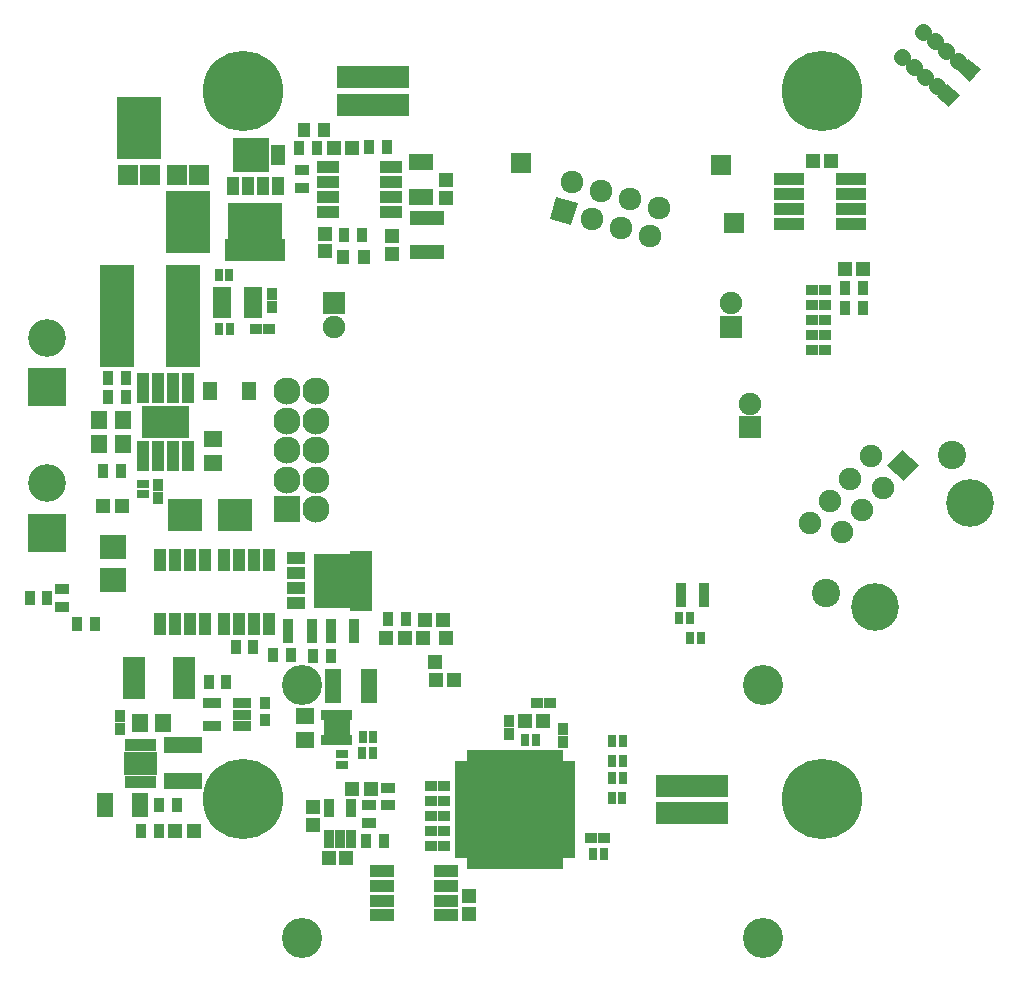
<source format=gbr>
G04 #@! TF.FileFunction,Soldermask,Bot*
%FSLAX46Y46*%
G04 Gerber Fmt 4.6, Leading zero omitted, Abs format (unit mm)*
G04 Created by KiCad (PCBNEW 4.0.4-stable) date 02/27/17 08:30:15*
%MOMM*%
%LPD*%
G01*
G04 APERTURE LIST*
%ADD10C,0.100000*%
%ADD11R,1.300000X0.900000*%
%ADD12R,3.200000X3.200000*%
%ADD13C,3.200000*%
%ADD14R,0.600000X1.840000*%
%ADD15R,0.700000X1.250000*%
%ADD16R,1.250000X0.700000*%
%ADD17R,2.237500X2.237500*%
%ADD18R,0.800000X1.000000*%
%ADD19R,1.200000X1.150000*%
%ADD20R,3.760000X5.260000*%
%ADD21R,1.790000X1.800000*%
%ADD22R,2.000000X1.000000*%
%ADD23R,1.000000X1.200000*%
%ADD24R,1.949400X0.999440*%
%ADD25R,0.900000X1.300000*%
%ADD26R,1.900000X5.100000*%
%ADD27R,3.500000X4.600000*%
%ADD28R,1.550000X1.100000*%
%ADD29R,1.900000X1.900000*%
%ADD30C,1.900000*%
%ADD31R,3.190000X1.420000*%
%ADD32R,1.400000X2.000000*%
%ADD33R,0.900000X1.000000*%
%ADD34R,0.700000X1.050000*%
%ADD35R,1.640000X1.175000*%
%ADD36R,1.400000X1.650000*%
%ADD37R,2.300000X2.300000*%
%ADD38C,2.300000*%
%ADD39R,2.900000X2.700000*%
%ADD40R,1.150000X1.200000*%
%ADD41R,2.000000X1.400000*%
%ADD42R,1.300000X1.600000*%
%ADD43R,0.950000X1.000000*%
%ADD44R,1.200000X1.200000*%
%ADD45R,3.070000X2.940000*%
%ADD46R,1.162000X1.670000*%
%ADD47R,2.200860X1.997660*%
%ADD48R,1.900000X3.600000*%
%ADD49R,0.948640X1.598880*%
%ADD50C,6.800000*%
%ADD51R,5.100000X1.900000*%
%ADD52R,4.600000X3.500000*%
%ADD53R,1.100000X1.550000*%
%ADD54R,1.000000X0.800000*%
%ADD55R,2.200000X1.600000*%
%ADD56R,1.000000X2.600000*%
%ADD57R,0.950100X0.650380*%
%ADD58R,1.598880X0.948640*%
%ADD59R,0.999440X1.949400*%
%ADD60R,2.599640X0.999440*%
%ADD61R,1.650000X1.400000*%
%ADD62R,3.000000X8.600000*%
%ADD63R,1.400000X2.900000*%
%ADD64R,1.200000X1.300000*%
%ADD65R,1.000000X0.900000*%
%ADD66R,1.620000X0.800000*%
%ADD67R,2.900000X1.300000*%
%ADD68C,1.400000*%
%ADD69C,3.400000*%
%ADD70C,4.050000*%
%ADD71C,2.400000*%
%ADD72R,1.750000X1.750000*%
%ADD73R,2.300000X1.500000*%
%ADD74R,0.800000X0.900000*%
%ADD75C,1.924000*%
G04 APERTURE END LIST*
D10*
D11*
X128925000Y-81750000D03*
X128925000Y-83250000D03*
D12*
X107340400Y-100110400D03*
D13*
X107340400Y-95910400D03*
D14*
X159200000Y-136173600D03*
X159200000Y-133833600D03*
X159600000Y-136173600D03*
X159600000Y-133833600D03*
X160000000Y-136173600D03*
X160000000Y-133833600D03*
X160400000Y-136173600D03*
X160400000Y-133833600D03*
X160800000Y-136173600D03*
X160800000Y-133833600D03*
X161200000Y-136173600D03*
X161200000Y-133833600D03*
X161600000Y-136173600D03*
X161600000Y-133833600D03*
X162000000Y-136173600D03*
X162000000Y-133833600D03*
X162400000Y-136173600D03*
X162400000Y-133833600D03*
X162800000Y-136173600D03*
X162800000Y-133833600D03*
X163200000Y-136173600D03*
X163200000Y-133833600D03*
X163600000Y-136173600D03*
X163600000Y-133833600D03*
X164000000Y-136173600D03*
X164000000Y-133833600D03*
X164400000Y-136173600D03*
X164400000Y-133833600D03*
X164800000Y-136173600D03*
X164800000Y-133833600D03*
D15*
X150750000Y-140300000D03*
X150250000Y-140300000D03*
X149750000Y-140300000D03*
X149250000Y-140300000D03*
X148750000Y-140300000D03*
X148250000Y-140300000D03*
X147750000Y-140300000D03*
X147250000Y-140300000D03*
X146750000Y-140300000D03*
X146250000Y-140300000D03*
X145750000Y-140300000D03*
X145250000Y-140300000D03*
X144750000Y-140300000D03*
X144250000Y-140300000D03*
X143750000Y-140300000D03*
X143250000Y-140300000D03*
D16*
X142550000Y-139600000D03*
X142550000Y-139100000D03*
X142550000Y-138600000D03*
X142550000Y-138100000D03*
X142550000Y-137600000D03*
X142550000Y-137100000D03*
X142550000Y-136600000D03*
X142550000Y-136100000D03*
X142550000Y-135600000D03*
X142550000Y-135100000D03*
X142550000Y-134600000D03*
X142550000Y-134100000D03*
X142550000Y-133600000D03*
X142550000Y-133100000D03*
X142550000Y-132600000D03*
X142550000Y-132100000D03*
D15*
X143250000Y-131400000D03*
X143750000Y-131400000D03*
X144250000Y-131400000D03*
X144750000Y-131400000D03*
X145250000Y-131400000D03*
X145750000Y-131400000D03*
X146250000Y-131400000D03*
X146750000Y-131400000D03*
X147250000Y-131400000D03*
X147750000Y-131400000D03*
X148250000Y-131400000D03*
X148750000Y-131400000D03*
X149250000Y-131400000D03*
X149750000Y-131400000D03*
X150250000Y-131400000D03*
X150750000Y-131400000D03*
D16*
X151450000Y-132100000D03*
X151450000Y-132600000D03*
X151450000Y-133100000D03*
X151450000Y-133600000D03*
X151450000Y-134100000D03*
X151450000Y-134600000D03*
X151450000Y-135100000D03*
X151450000Y-135600000D03*
X151450000Y-136100000D03*
X151450000Y-136600000D03*
X151450000Y-137100000D03*
X151450000Y-137600000D03*
X151450000Y-138100000D03*
X151450000Y-138600000D03*
X151450000Y-139100000D03*
X151450000Y-139600000D03*
D17*
X144243750Y-133093750D03*
X146081250Y-133093750D03*
X147918750Y-133093750D03*
X149756250Y-133093750D03*
X144243750Y-134931250D03*
X146081250Y-134931250D03*
X147918750Y-134931250D03*
X149756250Y-134931250D03*
X144243750Y-136768750D03*
X146081250Y-136768750D03*
X147918750Y-136768750D03*
X149756250Y-136768750D03*
X144243750Y-138606250D03*
X146081250Y-138606250D03*
X147918750Y-138606250D03*
X149756250Y-138606250D03*
D18*
X153625000Y-139600000D03*
X154525000Y-139600000D03*
D19*
X147875000Y-128350000D03*
X149375000Y-128350000D03*
D18*
X148750000Y-129975000D03*
X147850000Y-129975000D03*
X156125000Y-133200000D03*
X155225000Y-133200000D03*
X156150000Y-130025000D03*
X155250000Y-130025000D03*
X156100000Y-134900000D03*
X155200000Y-134900000D03*
X156150000Y-131725000D03*
X155250000Y-131725000D03*
D20*
X119300000Y-86125000D03*
D21*
X120220000Y-82143000D03*
X118380000Y-82143000D03*
D22*
X141150000Y-144825000D03*
X135750000Y-144825000D03*
X141150000Y-143575000D03*
X141150000Y-142325000D03*
X141150000Y-141075000D03*
X135750000Y-143575000D03*
X135750000Y-142325000D03*
X135750000Y-141075000D03*
D23*
X129150000Y-78350000D03*
X130850000Y-78350000D03*
D24*
X131135140Y-85305000D03*
X131135140Y-84035000D03*
X131135140Y-82765000D03*
X131135140Y-81495000D03*
X136532640Y-81495000D03*
X136532640Y-82765000D03*
X136532640Y-84035000D03*
X136532640Y-85305000D03*
D25*
X129900000Y-122900000D03*
X131400000Y-122900000D03*
D26*
X133975000Y-116500000D03*
D27*
X131675000Y-116500000D03*
D28*
X128500000Y-118400000D03*
X128500000Y-117130000D03*
X128500000Y-115860000D03*
X128500000Y-114590000D03*
D29*
X166900000Y-103500000D03*
D30*
X166900000Y-101500000D03*
D31*
X118872000Y-133415000D03*
X118872000Y-130429000D03*
D32*
X115268000Y-135509000D03*
X112268000Y-135509000D03*
D33*
X113538000Y-129032000D03*
X113538000Y-127932000D03*
D34*
X116301000Y-133496500D03*
X115801000Y-133496500D03*
X115301000Y-133496500D03*
X114801000Y-133496500D03*
X114301000Y-133496500D03*
X114301000Y-130396500D03*
X114801000Y-130396500D03*
X115301000Y-130396500D03*
X115801000Y-130396500D03*
X116301000Y-130396500D03*
D35*
X114681000Y-131559000D03*
X115921000Y-131559000D03*
X114681000Y-132334000D03*
X115921000Y-132334000D03*
D25*
X116852000Y-135509000D03*
X118352000Y-135509000D03*
D36*
X111776000Y-104907000D03*
X113776000Y-104907000D03*
D37*
X127675000Y-110457000D03*
D38*
X127675000Y-107957000D03*
X127675000Y-105457000D03*
X127675000Y-102957000D03*
X127675000Y-100457000D03*
X130175000Y-110457000D03*
X130175000Y-107957000D03*
X130175000Y-105457000D03*
X130175000Y-102957000D03*
X130175000Y-100457000D03*
D39*
X119024000Y-110887000D03*
X123324000Y-110887000D03*
D40*
X129921000Y-135648000D03*
X129921000Y-137148000D03*
D19*
X131215000Y-139954000D03*
X132715000Y-139954000D03*
X173762800Y-80924400D03*
X172262800Y-80924400D03*
D41*
X139075000Y-84000000D03*
X139075000Y-81000000D03*
D40*
X141125000Y-84050000D03*
X141125000Y-82550000D03*
X136625000Y-88800000D03*
X136625000Y-87300000D03*
D19*
X131700000Y-79850000D03*
X133200000Y-79850000D03*
D40*
X130875000Y-88600000D03*
X130875000Y-87100000D03*
D42*
X121159000Y-100387000D03*
X124459000Y-100387000D03*
D43*
X125857000Y-128270000D03*
X125857000Y-126870000D03*
D44*
X134785000Y-134112000D03*
X133185000Y-134112000D03*
X112149000Y-110162000D03*
X113749000Y-110162000D03*
X119837000Y-137668000D03*
X118237000Y-137668000D03*
D23*
X132475000Y-89050000D03*
X134175000Y-89050000D03*
D45*
X124625000Y-80425000D03*
D46*
X126976000Y-80425000D03*
D47*
X113000000Y-116439720D03*
X113000000Y-113600000D03*
D48*
X114750000Y-124725000D03*
X118950000Y-124725000D03*
D49*
X133156960Y-138330940D03*
X132207000Y-138330940D03*
X131257040Y-138330940D03*
X131257040Y-135735060D03*
X133156960Y-135735060D03*
D50*
X173001100Y-135003600D03*
X124001100Y-135003600D03*
X124001100Y-75003600D03*
X173001100Y-75003600D03*
D51*
X125025000Y-88525000D03*
D52*
X125025000Y-86225000D03*
D53*
X123125000Y-83050000D03*
X124395000Y-83050000D03*
X125665000Y-83050000D03*
X126935000Y-83050000D03*
D11*
X108675000Y-117200000D03*
X108675000Y-118700000D03*
D25*
X109950000Y-120125000D03*
X111450000Y-120125000D03*
D54*
X115474000Y-108287000D03*
X115474000Y-109187000D03*
D25*
X105900000Y-117950000D03*
X107400000Y-117950000D03*
X122550000Y-125050000D03*
X121050000Y-125050000D03*
D11*
X136271000Y-135509000D03*
X136271000Y-134009000D03*
D25*
X113624000Y-107237000D03*
X112124000Y-107237000D03*
D11*
X134620000Y-135509000D03*
X134620000Y-137009000D03*
D25*
X128016000Y-122809000D03*
X126516000Y-122809000D03*
X115340000Y-137668000D03*
X116840000Y-137668000D03*
X136250000Y-119725000D03*
X137750000Y-119725000D03*
X123350000Y-122100000D03*
X124850000Y-122100000D03*
X132525000Y-87200000D03*
X134025000Y-87200000D03*
X134625000Y-79800000D03*
X136125000Y-79800000D03*
X128700000Y-79850000D03*
X130200000Y-79850000D03*
D55*
X116524000Y-102487000D03*
X116524000Y-103687000D03*
X118324000Y-102487000D03*
D56*
X119329000Y-105962000D03*
X118059000Y-105962000D03*
X116789000Y-105962000D03*
X115519000Y-105962000D03*
X115519000Y-100212000D03*
X116789000Y-100212000D03*
X118059000Y-100212000D03*
X119329000Y-100212000D03*
D55*
X118324000Y-103687000D03*
D57*
X133401520Y-120099520D03*
X131400000Y-120749760D03*
X133401520Y-121400000D03*
X133401520Y-120749760D03*
X131400000Y-121400000D03*
X131400000Y-120099520D03*
D58*
X123922940Y-126875040D03*
X123922940Y-127825000D03*
X123922940Y-128774960D03*
X121327060Y-128774960D03*
X121327060Y-126875040D03*
D59*
X120744000Y-120118860D03*
X119474000Y-120118860D03*
X118204000Y-120118860D03*
X116934000Y-120118860D03*
X116934000Y-114721360D03*
X118204000Y-114721360D03*
X119474000Y-114721360D03*
X120744000Y-114721360D03*
D57*
X129801520Y-120099520D03*
X127800000Y-120749760D03*
X129801520Y-121400000D03*
X129801520Y-120749760D03*
X127800000Y-121400000D03*
X127800000Y-120099520D03*
D59*
X126205000Y-120118860D03*
X124935000Y-120118860D03*
X123665000Y-120118860D03*
X122395000Y-120118860D03*
X122395000Y-114721360D03*
X123665000Y-114721360D03*
X124935000Y-114721360D03*
X126205000Y-114721360D03*
D60*
X175427640Y-82499200D03*
X175427640Y-83769200D03*
X175427640Y-85039200D03*
X175427640Y-86309200D03*
X170230800Y-86309200D03*
X170230800Y-85039200D03*
X170230800Y-83769200D03*
X170230800Y-82499200D03*
D36*
X117221000Y-128524000D03*
X115221000Y-128524000D03*
D33*
X116774000Y-108387000D03*
X116774000Y-109487000D03*
D61*
X121412000Y-104521000D03*
X121412000Y-106521000D03*
D36*
X111776000Y-102870000D03*
X113776000Y-102870000D03*
D62*
X113300000Y-94100000D03*
X118900000Y-94100000D03*
D25*
X112534000Y-99314000D03*
X114034000Y-99314000D03*
X114034000Y-100965000D03*
X112534000Y-100965000D03*
D19*
X176470448Y-90076400D03*
X174970448Y-90076400D03*
D25*
X174970448Y-93378400D03*
X176470448Y-93378400D03*
X174970448Y-91702000D03*
X176470448Y-91702000D03*
D61*
X129225000Y-129950000D03*
X129225000Y-127950000D03*
D63*
X134620000Y-125425000D03*
X131620000Y-125425000D03*
D40*
X143125000Y-143200000D03*
X143125000Y-144700000D03*
D18*
X134990000Y-129718000D03*
X134090000Y-129718000D03*
X134979000Y-131115000D03*
X134079000Y-131115000D03*
D54*
X132325000Y-132075000D03*
X132325000Y-131175000D03*
D19*
X141800000Y-124900000D03*
X140300000Y-124900000D03*
X140900000Y-119775000D03*
X139400000Y-119775000D03*
D44*
X136100000Y-121375000D03*
X137700000Y-121375000D03*
D18*
X161824200Y-119630930D03*
X160924200Y-119630930D03*
X161824200Y-121330930D03*
X162724200Y-121330930D03*
D64*
X139250000Y-121375000D03*
X141150000Y-121375000D03*
X140200000Y-123375000D03*
D57*
X161015680Y-118353840D03*
X163017200Y-117703600D03*
X161015680Y-117053360D03*
X161015680Y-117703600D03*
X163017200Y-117053360D03*
X163017200Y-118353840D03*
D29*
X131700000Y-93000000D03*
D30*
X131700000Y-95000000D03*
D20*
X115150000Y-78150000D03*
D21*
X114230000Y-82132000D03*
X116070000Y-82132000D03*
D25*
X135890000Y-138557000D03*
X134390000Y-138557000D03*
D33*
X126400000Y-92200000D03*
X126400000Y-93300000D03*
D65*
X125050000Y-95200000D03*
X126150000Y-95200000D03*
D18*
X122850000Y-95200000D03*
X121950000Y-95200000D03*
X121900000Y-90600000D03*
X122800000Y-90600000D03*
D29*
X165300000Y-95000000D03*
D30*
X165300000Y-93000000D03*
D66*
X124810000Y-91925000D03*
X124810000Y-92575000D03*
X124810000Y-93225000D03*
X124810000Y-93875000D03*
X122190000Y-93875000D03*
X122190000Y-93225000D03*
X122190000Y-92575000D03*
X122190000Y-91925000D03*
D67*
X139525000Y-85750000D03*
X139525000Y-88650000D03*
D10*
G36*
X183771629Y-76422103D02*
X182699167Y-75522201D01*
X183599069Y-74449739D01*
X184671531Y-75349641D01*
X183771629Y-76422103D01*
X183771629Y-76422103D01*
G37*
D68*
X182712473Y-74619581D02*
X182712473Y-74619581D01*
X181739596Y-73803240D02*
X181739596Y-73803240D01*
X180766720Y-72986900D02*
X180766720Y-72986900D01*
X179793843Y-72170560D02*
X179793843Y-72170560D01*
D10*
G36*
X185562160Y-74267722D02*
X184489698Y-73367820D01*
X185389600Y-72295358D01*
X186462062Y-73195260D01*
X185562160Y-74267722D01*
X185562160Y-74267722D01*
G37*
D68*
X184503004Y-72465200D02*
X184503004Y-72465200D01*
X183530127Y-71648859D02*
X183530127Y-71648859D01*
X182557251Y-70832519D02*
X182557251Y-70832519D01*
X181584374Y-70016179D02*
X181584374Y-70016179D01*
D69*
X168021000Y-125343000D03*
X168021000Y-146703000D03*
X129001000Y-146703000D03*
X129001000Y-125343000D03*
D65*
X173228000Y-91846400D03*
X172128000Y-91846400D03*
X173228000Y-96926400D03*
X172128000Y-96926400D03*
X173228000Y-95656400D03*
X172128000Y-95656400D03*
X173228000Y-94386400D03*
X172128000Y-94386400D03*
X173228000Y-93116400D03*
X172128000Y-93116400D03*
D12*
X107340400Y-112454800D03*
D13*
X107340400Y-108254800D03*
D14*
X137802200Y-73833600D03*
X137802200Y-76173600D03*
X137402200Y-73833600D03*
X137402200Y-76173600D03*
X137002200Y-73833600D03*
X137002200Y-76173600D03*
X136602200Y-73833600D03*
X136602200Y-76173600D03*
X136202200Y-73833600D03*
X136202200Y-76173600D03*
X135802200Y-73833600D03*
X135802200Y-76173600D03*
X135402200Y-73833600D03*
X135402200Y-76173600D03*
X135002200Y-73833600D03*
X135002200Y-76173600D03*
X134602200Y-73833600D03*
X134602200Y-76173600D03*
X134202200Y-73833600D03*
X134202200Y-76173600D03*
X133802200Y-73833600D03*
X133802200Y-76173600D03*
X133402200Y-73833600D03*
X133402200Y-76173600D03*
X133002200Y-73833600D03*
X133002200Y-76173600D03*
X132602200Y-73833600D03*
X132602200Y-76173600D03*
X132202200Y-73833600D03*
X132202200Y-76173600D03*
D33*
X146500000Y-128375000D03*
X146500000Y-129475000D03*
D65*
X140950000Y-133875000D03*
X139850000Y-133875000D03*
X148900000Y-126875000D03*
X150000000Y-126875000D03*
X140950000Y-135150000D03*
X139850000Y-135150000D03*
X153425000Y-138300000D03*
X154525000Y-138300000D03*
X140950000Y-136425000D03*
X139850000Y-136425000D03*
X140950000Y-137700000D03*
X139850000Y-137700000D03*
X140950000Y-138975000D03*
X139850000Y-138975000D03*
D33*
X151050000Y-130125000D03*
X151050000Y-129025000D03*
D70*
X177504083Y-118687568D03*
X185523338Y-109936086D03*
D10*
G36*
X179776395Y-105402407D02*
X181177222Y-106686028D01*
X179893601Y-108086855D01*
X178492774Y-106803234D01*
X179776395Y-105402407D01*
X179776395Y-105402407D01*
G37*
D30*
X177104314Y-105964974D03*
X178118999Y-108617315D03*
X175388315Y-107837659D03*
X176403000Y-110490000D03*
X173672316Y-109710343D03*
X174687001Y-112362684D03*
X171956317Y-111583027D03*
D71*
X173322051Y-117493526D03*
X183962597Y-105881408D03*
D72*
X164425000Y-81325000D03*
X165525000Y-86175000D03*
X147500000Y-81125000D03*
D73*
X131905000Y-128924244D03*
D74*
X132855000Y-129974244D03*
X132230000Y-129974244D03*
X131580000Y-129974244D03*
X130955000Y-129974244D03*
X130955000Y-127874244D03*
X131580000Y-127874244D03*
X132230000Y-127874244D03*
X132855000Y-127874244D03*
D10*
G36*
X151771961Y-86374010D02*
X149927192Y-85827565D01*
X150473637Y-83982796D01*
X152318406Y-84529241D01*
X151771961Y-86374010D01*
X151771961Y-86374010D01*
G37*
D75*
X151844198Y-82743001D03*
X153558201Y-85899802D03*
X154279600Y-83464400D03*
X155993603Y-86621201D03*
X156715002Y-84185799D03*
X158429005Y-87342600D03*
X159150404Y-84907198D03*
M02*

</source>
